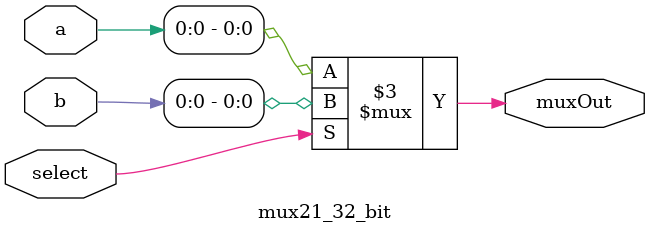
<source format=v>
module mux21_32_bit(input [31: 0]a, b, input select, output reg muxOut);
//   input wire [31:0] a, [31:0] b, select;
//   output reg [31:0] muxOut;
     
    always @(a,b,select)
    begin
    if(select)
        muxOut=b;
    else
        muxOut=a;
    end    
endmodule
</source>
